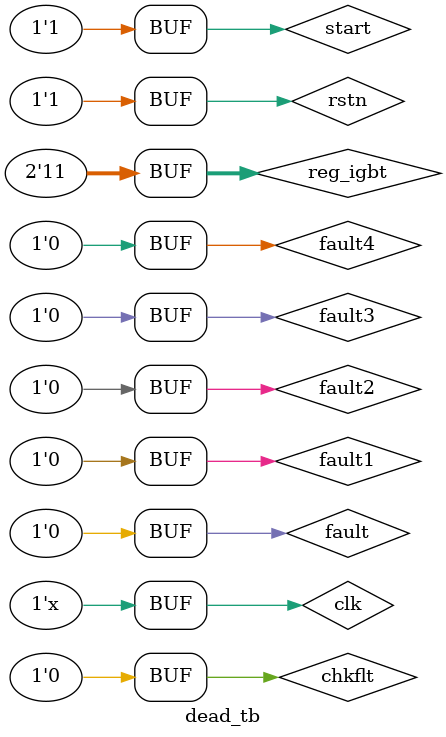
<source format=v>
`timescale 1ns / 1ns

module dead_tb;

    // Parameters
    parameter CLK_PERIOD = 10; // Clock period in ns

    // Signals
    reg clk = 0;
    reg rstn = 1;
    reg start = 0;
    reg [1:0] reg_igbt = 0;
    reg fault = 0;
    reg fault1 = 0;
    reg fault2 = 0;
    reg fault3 = 0;
    reg fault4 = 0;
    reg chkflt = 0;

    wire [3:0] igbt_rst;
    wire chkflt_over;
    wire K_1;
    wire K_2;
    wire K_3;
    wire K_4;

    // Instantiate the module under test
    dead dut (
        .clk(clk),
        .rstn(rstn),
        .start(start),
        .reg_igbt(reg_igbt),
        .fault(fault),
        .fault1(fault1),
        .fault2(fault2),
        .fault3(fault3),
        .fault4(fault4),
        .chkflt(chkflt),
        .igbt_rst(igbt_rst),
        .chkflt_over(chkflt_over),
        .K_1(K_1),
        .K_2(K_2),
        .K_3(K_3),
        .K_4(K_4)
    );

    // Clock generation
    always #((CLK_PERIOD)/2) clk = ~clk;

    // Stimulus
    initial begin
        // Reset sequence
        rstn = 0;
        start = 0;
        reg_igbt = 0;
        fault = 0;
        fault1 = 0;
        fault2 = 0;
        fault3 = 0;
        fault4 = 0;
        chkflt = 0;
        #20;
        rstn = 1;
        #20;

        // Test cases
        // You can add your test scenarios here
        // For example:
        // start = 1;
         reg_igbt = 2'b01;
        // fault1 = 1;
        // chkflt = 1;
        // #100;
         start = 1;
        // reg_igbt = 2'b10;
        // fault2 = 1;
        // chkflt = 1;
        // #100;

        // Add more test cases as needed
        
        // End simulation
        #10000;
		 reg_igbt = 2'b00;
		    #10000;
		 reg_igbt = 2'b10;
		     #10000;
		 reg_igbt = 2'b11;
      //  $finish;
    end

endmodule

</source>
